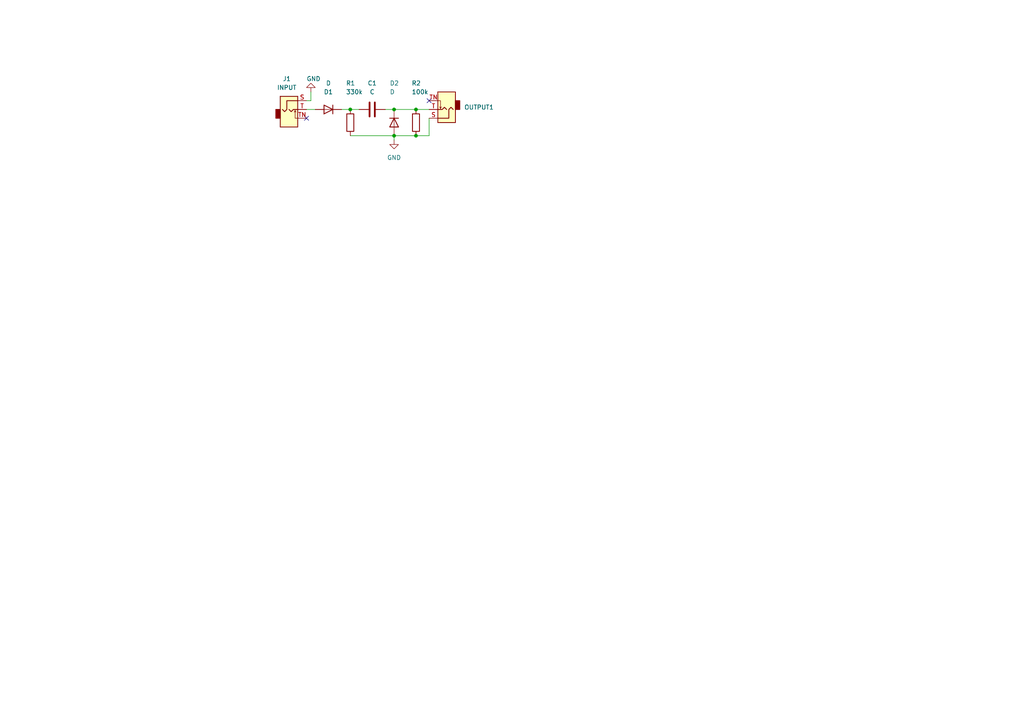
<source format=kicad_sch>
(kicad_sch (version 20211123) (generator eeschema)
  (paper "A4")
  (lib_symbols
    (symbol "Device:C" (pin_numbers hide) (pin_names (offset 0.254))
      (property "Reference" "C" (at 0.635 2.54 0))
      (property "Value" "C" (at 0.635 -2.54 0))
      (symbol "C_0_1"
        (polyline (pts (xy -2.032 -0.762) (xy 2.032 -0.762)) (stroke (width 0.508)))
        (polyline (pts (xy -2.032 0.762) (xy 2.032 0.762)) (stroke (width 0.508)))
      )
      (symbol "C_1_1"
        (pin passive line (at 0 3.81 270) (length 2.794) (name "~") (number "1"))
        (pin passive line (at 0 -3.81 90) (length 2.794) (name "~") (number "2"))
      )
    )
    (symbol "Device:D" (pin_numbers hide) (pin_names (offset 1.016) hide)
      (property "Reference" "D" (at 0 2.54 0))
      (property "Value" "D" (at 0 -2.54 0))
      (symbol "D_0_1"
        (polyline (pts (xy -1.27 1.27) (xy -1.27 -1.27)) (stroke (width 0.254)))
        (polyline (pts (xy 1.27 0) (xy -1.27 0)))
        (polyline (pts (xy 1.27 1.27) (xy 1.27 -1.27) (xy -1.27 0) (xy 1.27 1.27)) (stroke (width 0.254)))
      )
      (symbol "D_1_1"
        (pin passive line (at -3.81 0 0) (length 2.54) (name "K") (number "1"))
        (pin passive line (at 3.81 0 180) (length 2.54) (name "A") (number "2"))
      )
    )
    (symbol "Device:R" (pin_numbers hide) (pin_names (offset 0))
      (property "Reference" "R" (at 2.032 0 90))
      (property "Value" "R" (at 0 0 90))
      (symbol "R_0_1"
        (rectangle (start -1.016 -2.54) (end 1.016 2.54) (stroke (width 0.254)))
      )
      (symbol "R_1_1"
        (pin passive line (at 0 3.81 270) (length 1.27) (name "~") (number "1"))
        (pin passive line (at 0 -3.81 90) (length 1.27) (name "~") (number "2"))
      )
    )
    (symbol "power:GND" (power) (pin_names (offset 0))
      (property "Value" "GND" (at 0 -3.81 0))
      (symbol "GND_0_1"
        (polyline (pts (xy 0 0) (xy 0 -1.27) (xy 1.27 -1.27) (xy 0 -2.54) (xy -1.27 -1.27) (xy 0 -1.27)))
      )
      (symbol "GND_1_1"
        (pin power_in line (at 0 0 270) (length 0) hide (name "GND") (number "1"))
      )
    )
    (symbol "winterbloom:Eurorack_Mono_Jack" (pin_names hide)
      (property "Reference" "J" (at 3.302 -4.064 0))
      (property "Value" "Eurorack_Mono_Jack" (at 0 5.08 0))
      (symbol "Eurorack_Mono_Jack_0_1"
        (rectangle (start -2.54 -5.08) (end 2.54 3.81) (stroke (width 0.254)) (fill (type background)))
        (polyline (pts (xy -1.778 -1.016) (xy -2.032 -0.508)))
        (polyline (pts (xy -2.54 1.27) (xy -1.778 1.27) (xy -1.778 -1.016) (xy -1.524 -0.508)))
        (polyline (pts (xy 0 -1.27) (xy -0.635 -0.635) (xy -1.27 -1.27) (xy -2.54 -1.27)) (stroke (width 0.254)))
        (polyline (pts (xy -2.54 -3.81) (xy 0.635 -3.81) (xy 0.635 -1.27) (xy 1.27 -0.635) (xy 1.905 -1.27)) (stroke (width 0.254)))
        (rectangle (start 2.54 -1.27) (end 3.81 1.27) (stroke (width 0.254)) (fill (type outline)))
      )
      (symbol "Eurorack_Mono_Jack_1_1"
        (pin passive line (at -5.08 -3.81 0) (length 2.54) (name "Sleeve") (number "S"))
        (pin passive line (at -5.08 -1.27 0) (length 2.54) (name "Tip") (number "T"))
        (pin passive line (at -5.08 1.27 0) (length 2.54) (name "Tip_normalize") (number "TN"))
      )
    )
  )
  (junction (at 114.3 31.75))
  (junction (at 101.6 31.75))
  (junction (at 120.65 39.37))
  (junction (at 120.65 31.75))
  (junction (at 114.3 39.37))
  (no_connect (at 88.9 34.29))
  (no_connect (at 124.46 29.21))
  (wire (pts (xy 101.6 39.37) (xy 114.3 39.37)))
  (wire (pts (xy 114.3 40.64) (xy 114.3 39.37)))
  (wire (pts (xy 99.06 31.75) (xy 101.6 31.75)))
  (wire (pts (xy 88.9 31.75) (xy 91.44 31.75)))
  (wire (pts (xy 114.3 39.37) (xy 120.65 39.37)))
  (wire (pts (xy 88.9 29.21) (xy 90.17 29.21)))
  (wire (pts (xy 124.46 39.37) (xy 120.65 39.37)))
  (wire (pts (xy 120.65 31.75) (xy 124.46 31.75)))
  (wire (pts (xy 124.46 34.29) (xy 124.46 39.37)))
  (wire (pts (xy 114.3 31.75) (xy 120.65 31.75)))
  (wire (pts (xy 111.76 31.75) (xy 114.3 31.75)))
  (wire (pts (xy 90.17 29.21) (xy 90.17 26.67)))
  (wire (pts (xy 101.6 31.75) (xy 104.14 31.75)))
  (symbol (lib_id "Device:R") (at 120.65 35.56 0) (unit 1)
    (property "Reference" "R2" (at 119.38 24.13 0) (effects (justify left)))
    (property "Value" "100k" (at 119.38 26.67 0) (effects (justify left)))
    (property "Footprint" "Resistor_SMD:R_0603_1608Metric" (effects hide))
    (property "LCSC" "C25803" (effects hide))
  )
  (symbol (lib_id "Device:C") (at 107.95 31.75 90) (unit 1)
    (property "Reference" "C1" (at 107.95 24.13 90))
    (property "Value" "C" (at 107.95 26.67 90))
    (property "Footprint" "Capacitor_SMD:C_1206_3216Metric" (effects hide))
    (property "LCSC" "C1846" (effects hide))
  )
  (symbol (lib_id "winterbloom:Eurorack_Mono_Jack") (at 129.54 30.48 0) (unit 1)
    (property "Reference" "OUTPUT1" (at 134.62 31.1149 0) (effects (justify left)))
    (property "Value" "Eurorack_Mono_Jack" (effects hide))
    (property "Footprint" "winterbloom:AudioJack_WQP518MA" (effects hide))
    (property "Datasheet" "http://www.qingpu-electronics.com/en/products/WQP-PJ398SM-362.html" (effects hide))
    (property "MPN" "WQP-WQP518MA" (effects hide))
  )
  (symbol (lib_id "Device:R") (at 101.6 35.56 0) (unit 1)
    (property "Reference" "R1" (at 100.33 24.13 0) (effects (justify left)))
    (property "Value" "330k" (at 100.33 26.67 0) (effects (justify left)))
    (property "Footprint" "Resistor_SMD:R_0603_1608Metric" (effects hide))
    (property "LCSC" "C23137" (effects hide))
  )
  (symbol (lib_id "winterbloom:Eurorack_Mono_Jack") (at 83.82 33.02 180) (unit 1)
    (property "Reference" "J1" (at 83.185 22.86 0))
    (property "Value" "INPUT" (at 83.185 25.4 0))
    (property "Footprint" "winterbloom:AudioJack_WQP518MA" (effects hide))
    (property "Datasheet" "http://www.qingpu-electronics.com/en/products/WQP-PJ398SM-362.html" (effects hide))
    (property "MPN" "WQP-WQP518MA" (effects hide))
  )
  (symbol (lib_id "power:GND") (at 90.17 26.67 180) (unit 1)
    (property "Reference" "#PWR01" (effects hide))
    (property "Value" "GND" (at 88.9 22.86 0) (effects (justify right)))
  )
  (symbol (lib_id "Device:D") (at 95.25 31.75 180) (unit 1)
    (property "Reference" "D1" (at 95.25 26.67 0))
    (property "Value" "D" (at 95.25 24.13 0))
    (property "Footprint" "Diode_SMD:D_SMA" (effects hide))
    (property "LCSC" "C95872" (effects hide))
  )
  (symbol (lib_id "Device:D") (at 114.3 35.56 270) (unit 1)
    (property "Reference" "D2" (at 113.03 24.13 90) (effects (justify left)))
    (property "Value" "D" (at 113.03 26.67 90) (effects (justify left)))
    (property "Footprint" "Diode_SMD:D_SMA" (effects hide))
    (property "LCSC" "C95872" (effects hide))
  )
  (symbol (lib_id "power:GND") (at 114.3 40.64 0) (unit 1)
    (property "Reference" "#PWR02" (effects hide))
    (property "Value" "GND" (at 114.3 45.72 0))
  )
)
</source>
